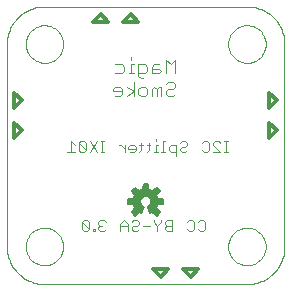
<source format=gbo>
G75*
G70*
%OFA0B0*%
%FSLAX24Y24*%
%IPPOS*%
%LPD*%
%AMOC8*
5,1,8,0,0,1.08239X$1,22.5*
%
%ADD10C,0.0000*%
%ADD11C,0.0040*%
%ADD12C,0.0030*%
%ADD13C,0.0120*%
%ADD14C,0.0059*%
D10*
X000680Y001930D02*
X000680Y008680D01*
X000682Y008748D01*
X000687Y008815D01*
X000696Y008882D01*
X000709Y008949D01*
X000726Y009014D01*
X000745Y009079D01*
X000769Y009143D01*
X000796Y009205D01*
X000826Y009266D01*
X000859Y009324D01*
X000895Y009381D01*
X000935Y009436D01*
X000977Y009489D01*
X001023Y009540D01*
X001070Y009587D01*
X001121Y009633D01*
X001174Y009675D01*
X001229Y009715D01*
X001286Y009751D01*
X001344Y009784D01*
X001405Y009814D01*
X001467Y009841D01*
X001531Y009865D01*
X001596Y009884D01*
X001661Y009901D01*
X001728Y009914D01*
X001795Y009923D01*
X001862Y009928D01*
X001930Y009930D01*
X008680Y009930D01*
X008748Y009928D01*
X008815Y009923D01*
X008882Y009914D01*
X008949Y009901D01*
X009014Y009884D01*
X009079Y009865D01*
X009143Y009841D01*
X009205Y009814D01*
X009266Y009784D01*
X009324Y009751D01*
X009381Y009715D01*
X009436Y009675D01*
X009489Y009633D01*
X009540Y009587D01*
X009587Y009540D01*
X009633Y009489D01*
X009675Y009436D01*
X009715Y009381D01*
X009751Y009324D01*
X009784Y009266D01*
X009814Y009205D01*
X009841Y009143D01*
X009865Y009079D01*
X009884Y009014D01*
X009901Y008949D01*
X009914Y008882D01*
X009923Y008815D01*
X009928Y008748D01*
X009930Y008680D01*
X009930Y001930D01*
X009928Y001862D01*
X009923Y001795D01*
X009914Y001728D01*
X009901Y001661D01*
X009884Y001596D01*
X009865Y001531D01*
X009841Y001467D01*
X009814Y001405D01*
X009784Y001344D01*
X009751Y001286D01*
X009715Y001229D01*
X009675Y001174D01*
X009633Y001121D01*
X009587Y001070D01*
X009540Y001023D01*
X009489Y000977D01*
X009436Y000935D01*
X009381Y000895D01*
X009324Y000859D01*
X009266Y000826D01*
X009205Y000796D01*
X009143Y000769D01*
X009079Y000745D01*
X009014Y000726D01*
X008949Y000709D01*
X008882Y000696D01*
X008815Y000687D01*
X008748Y000682D01*
X008680Y000680D01*
X001930Y000680D01*
X001862Y000682D01*
X001795Y000687D01*
X001728Y000696D01*
X001661Y000709D01*
X001596Y000726D01*
X001531Y000745D01*
X001467Y000769D01*
X001405Y000796D01*
X001344Y000826D01*
X001286Y000859D01*
X001229Y000895D01*
X001174Y000935D01*
X001121Y000977D01*
X001070Y001023D01*
X001023Y001070D01*
X000977Y001121D01*
X000935Y001174D01*
X000895Y001229D01*
X000859Y001286D01*
X000826Y001344D01*
X000796Y001405D01*
X000769Y001467D01*
X000745Y001531D01*
X000726Y001596D01*
X000709Y001661D01*
X000696Y001728D01*
X000687Y001795D01*
X000682Y001862D01*
X000680Y001930D01*
X001305Y001930D02*
X001307Y001980D01*
X001313Y002029D01*
X001323Y002078D01*
X001336Y002125D01*
X001354Y002172D01*
X001375Y002217D01*
X001399Y002260D01*
X001427Y002301D01*
X001458Y002340D01*
X001492Y002376D01*
X001529Y002410D01*
X001569Y002440D01*
X001610Y002467D01*
X001654Y002491D01*
X001699Y002511D01*
X001746Y002527D01*
X001794Y002540D01*
X001843Y002549D01*
X001893Y002554D01*
X001942Y002555D01*
X001992Y002552D01*
X002041Y002545D01*
X002090Y002534D01*
X002137Y002520D01*
X002183Y002501D01*
X002228Y002479D01*
X002271Y002454D01*
X002311Y002425D01*
X002349Y002393D01*
X002385Y002359D01*
X002418Y002321D01*
X002447Y002281D01*
X002473Y002239D01*
X002496Y002195D01*
X002515Y002149D01*
X002531Y002102D01*
X002543Y002053D01*
X002551Y002004D01*
X002555Y001955D01*
X002555Y001905D01*
X002551Y001856D01*
X002543Y001807D01*
X002531Y001758D01*
X002515Y001711D01*
X002496Y001665D01*
X002473Y001621D01*
X002447Y001579D01*
X002418Y001539D01*
X002385Y001501D01*
X002349Y001467D01*
X002311Y001435D01*
X002271Y001406D01*
X002228Y001381D01*
X002183Y001359D01*
X002137Y001340D01*
X002090Y001326D01*
X002041Y001315D01*
X001992Y001308D01*
X001942Y001305D01*
X001893Y001306D01*
X001843Y001311D01*
X001794Y001320D01*
X001746Y001333D01*
X001699Y001349D01*
X001654Y001369D01*
X001610Y001393D01*
X001569Y001420D01*
X001529Y001450D01*
X001492Y001484D01*
X001458Y001520D01*
X001427Y001559D01*
X001399Y001600D01*
X001375Y001643D01*
X001354Y001688D01*
X001336Y001735D01*
X001323Y001782D01*
X001313Y001831D01*
X001307Y001880D01*
X001305Y001930D01*
X001305Y008680D02*
X001307Y008730D01*
X001313Y008779D01*
X001323Y008828D01*
X001336Y008875D01*
X001354Y008922D01*
X001375Y008967D01*
X001399Y009010D01*
X001427Y009051D01*
X001458Y009090D01*
X001492Y009126D01*
X001529Y009160D01*
X001569Y009190D01*
X001610Y009217D01*
X001654Y009241D01*
X001699Y009261D01*
X001746Y009277D01*
X001794Y009290D01*
X001843Y009299D01*
X001893Y009304D01*
X001942Y009305D01*
X001992Y009302D01*
X002041Y009295D01*
X002090Y009284D01*
X002137Y009270D01*
X002183Y009251D01*
X002228Y009229D01*
X002271Y009204D01*
X002311Y009175D01*
X002349Y009143D01*
X002385Y009109D01*
X002418Y009071D01*
X002447Y009031D01*
X002473Y008989D01*
X002496Y008945D01*
X002515Y008899D01*
X002531Y008852D01*
X002543Y008803D01*
X002551Y008754D01*
X002555Y008705D01*
X002555Y008655D01*
X002551Y008606D01*
X002543Y008557D01*
X002531Y008508D01*
X002515Y008461D01*
X002496Y008415D01*
X002473Y008371D01*
X002447Y008329D01*
X002418Y008289D01*
X002385Y008251D01*
X002349Y008217D01*
X002311Y008185D01*
X002271Y008156D01*
X002228Y008131D01*
X002183Y008109D01*
X002137Y008090D01*
X002090Y008076D01*
X002041Y008065D01*
X001992Y008058D01*
X001942Y008055D01*
X001893Y008056D01*
X001843Y008061D01*
X001794Y008070D01*
X001746Y008083D01*
X001699Y008099D01*
X001654Y008119D01*
X001610Y008143D01*
X001569Y008170D01*
X001529Y008200D01*
X001492Y008234D01*
X001458Y008270D01*
X001427Y008309D01*
X001399Y008350D01*
X001375Y008393D01*
X001354Y008438D01*
X001336Y008485D01*
X001323Y008532D01*
X001313Y008581D01*
X001307Y008630D01*
X001305Y008680D01*
X008055Y008680D02*
X008057Y008730D01*
X008063Y008779D01*
X008073Y008828D01*
X008086Y008875D01*
X008104Y008922D01*
X008125Y008967D01*
X008149Y009010D01*
X008177Y009051D01*
X008208Y009090D01*
X008242Y009126D01*
X008279Y009160D01*
X008319Y009190D01*
X008360Y009217D01*
X008404Y009241D01*
X008449Y009261D01*
X008496Y009277D01*
X008544Y009290D01*
X008593Y009299D01*
X008643Y009304D01*
X008692Y009305D01*
X008742Y009302D01*
X008791Y009295D01*
X008840Y009284D01*
X008887Y009270D01*
X008933Y009251D01*
X008978Y009229D01*
X009021Y009204D01*
X009061Y009175D01*
X009099Y009143D01*
X009135Y009109D01*
X009168Y009071D01*
X009197Y009031D01*
X009223Y008989D01*
X009246Y008945D01*
X009265Y008899D01*
X009281Y008852D01*
X009293Y008803D01*
X009301Y008754D01*
X009305Y008705D01*
X009305Y008655D01*
X009301Y008606D01*
X009293Y008557D01*
X009281Y008508D01*
X009265Y008461D01*
X009246Y008415D01*
X009223Y008371D01*
X009197Y008329D01*
X009168Y008289D01*
X009135Y008251D01*
X009099Y008217D01*
X009061Y008185D01*
X009021Y008156D01*
X008978Y008131D01*
X008933Y008109D01*
X008887Y008090D01*
X008840Y008076D01*
X008791Y008065D01*
X008742Y008058D01*
X008692Y008055D01*
X008643Y008056D01*
X008593Y008061D01*
X008544Y008070D01*
X008496Y008083D01*
X008449Y008099D01*
X008404Y008119D01*
X008360Y008143D01*
X008319Y008170D01*
X008279Y008200D01*
X008242Y008234D01*
X008208Y008270D01*
X008177Y008309D01*
X008149Y008350D01*
X008125Y008393D01*
X008104Y008438D01*
X008086Y008485D01*
X008073Y008532D01*
X008063Y008581D01*
X008057Y008630D01*
X008055Y008680D01*
X008055Y001930D02*
X008057Y001980D01*
X008063Y002029D01*
X008073Y002078D01*
X008086Y002125D01*
X008104Y002172D01*
X008125Y002217D01*
X008149Y002260D01*
X008177Y002301D01*
X008208Y002340D01*
X008242Y002376D01*
X008279Y002410D01*
X008319Y002440D01*
X008360Y002467D01*
X008404Y002491D01*
X008449Y002511D01*
X008496Y002527D01*
X008544Y002540D01*
X008593Y002549D01*
X008643Y002554D01*
X008692Y002555D01*
X008742Y002552D01*
X008791Y002545D01*
X008840Y002534D01*
X008887Y002520D01*
X008933Y002501D01*
X008978Y002479D01*
X009021Y002454D01*
X009061Y002425D01*
X009099Y002393D01*
X009135Y002359D01*
X009168Y002321D01*
X009197Y002281D01*
X009223Y002239D01*
X009246Y002195D01*
X009265Y002149D01*
X009281Y002102D01*
X009293Y002053D01*
X009301Y002004D01*
X009305Y001955D01*
X009305Y001905D01*
X009301Y001856D01*
X009293Y001807D01*
X009281Y001758D01*
X009265Y001711D01*
X009246Y001665D01*
X009223Y001621D01*
X009197Y001579D01*
X009168Y001539D01*
X009135Y001501D01*
X009099Y001467D01*
X009061Y001435D01*
X009021Y001406D01*
X008978Y001381D01*
X008933Y001359D01*
X008887Y001340D01*
X008840Y001326D01*
X008791Y001315D01*
X008742Y001308D01*
X008692Y001305D01*
X008643Y001306D01*
X008593Y001311D01*
X008544Y001320D01*
X008496Y001333D01*
X008449Y001349D01*
X008404Y001369D01*
X008360Y001393D01*
X008319Y001420D01*
X008279Y001450D01*
X008242Y001484D01*
X008208Y001520D01*
X008177Y001559D01*
X008149Y001600D01*
X008125Y001643D01*
X008104Y001688D01*
X008086Y001735D01*
X008073Y001782D01*
X008063Y001831D01*
X008057Y001880D01*
X008055Y001930D01*
D11*
X006208Y006950D02*
X006055Y006950D01*
X005978Y007027D01*
X005978Y007103D01*
X006055Y007180D01*
X006208Y007180D01*
X006285Y007257D01*
X006285Y007334D01*
X006208Y007410D01*
X006055Y007410D01*
X005978Y007334D01*
X005825Y007257D02*
X005748Y007257D01*
X005671Y007180D01*
X005594Y007257D01*
X005518Y007180D01*
X005518Y006950D01*
X005671Y006950D02*
X005671Y007180D01*
X005825Y007257D02*
X005825Y006950D01*
X006208Y006950D02*
X006285Y007027D01*
X006285Y007700D02*
X006285Y008160D01*
X006132Y008007D01*
X005978Y008160D01*
X005978Y007700D01*
X005825Y007777D02*
X005748Y007853D01*
X005518Y007853D01*
X005518Y007930D02*
X005518Y007700D01*
X005748Y007700D01*
X005825Y007777D01*
X005748Y008007D02*
X005594Y008007D01*
X005518Y007930D01*
X005364Y007930D02*
X005364Y007777D01*
X005287Y007700D01*
X005057Y007700D01*
X005057Y007623D02*
X005057Y008007D01*
X005287Y008007D01*
X005364Y007930D01*
X005211Y007547D02*
X005134Y007547D01*
X005057Y007623D01*
X004904Y007700D02*
X004750Y007700D01*
X004827Y007700D02*
X004827Y008007D01*
X004904Y008007D01*
X004827Y008160D02*
X004827Y008237D01*
X004597Y007930D02*
X004597Y007777D01*
X004520Y007700D01*
X004290Y007700D01*
X004290Y008007D02*
X004520Y008007D01*
X004597Y007930D01*
X004904Y007410D02*
X004904Y006950D01*
X004904Y007103D02*
X004674Y007257D01*
X004520Y007180D02*
X004520Y007027D01*
X004443Y006950D01*
X004290Y006950D01*
X004213Y007103D02*
X004520Y007103D01*
X004520Y007180D02*
X004443Y007257D01*
X004290Y007257D01*
X004213Y007180D01*
X004213Y007103D01*
X004674Y006950D02*
X004904Y007103D01*
X005057Y007027D02*
X005057Y007180D01*
X005134Y007257D01*
X005287Y007257D01*
X005364Y007180D01*
X005364Y007027D01*
X005287Y006950D01*
X005134Y006950D01*
X005057Y007027D01*
D12*
X005646Y005502D02*
X005646Y005440D01*
X005646Y005317D02*
X005646Y005070D01*
X005707Y005070D02*
X005584Y005070D01*
X005400Y005132D02*
X005338Y005070D01*
X005400Y005132D02*
X005400Y005379D01*
X005462Y005317D02*
X005338Y005317D01*
X005216Y005317D02*
X005093Y005317D01*
X005155Y005379D02*
X005155Y005132D01*
X005093Y005070D01*
X004971Y005132D02*
X004971Y005255D01*
X004909Y005317D01*
X004786Y005317D01*
X004724Y005255D01*
X004724Y005193D01*
X004971Y005193D01*
X004971Y005132D02*
X004909Y005070D01*
X004786Y005070D01*
X004602Y005070D02*
X004602Y005317D01*
X004479Y005317D02*
X004417Y005317D01*
X004479Y005317D02*
X004602Y005193D01*
X003927Y005070D02*
X003804Y005070D01*
X003865Y005070D02*
X003865Y005440D01*
X003804Y005440D02*
X003927Y005440D01*
X003682Y005440D02*
X003435Y005070D01*
X003313Y005132D02*
X003066Y005379D01*
X003066Y005132D01*
X003128Y005070D01*
X003252Y005070D01*
X003313Y005132D01*
X003313Y005379D01*
X003252Y005440D01*
X003128Y005440D01*
X003066Y005379D01*
X002945Y005317D02*
X002822Y005440D01*
X002822Y005070D01*
X002945Y005070D02*
X002698Y005070D01*
X003435Y005440D02*
X003682Y005070D01*
X005646Y005317D02*
X005707Y005317D01*
X005891Y005440D02*
X005891Y005070D01*
X005953Y005070D02*
X005829Y005070D01*
X006074Y005132D02*
X006136Y005070D01*
X006321Y005070D01*
X006321Y004947D02*
X006321Y005317D01*
X006136Y005317D01*
X006074Y005255D01*
X006074Y005132D01*
X005953Y005440D02*
X005891Y005440D01*
X006443Y005379D02*
X006504Y005440D01*
X006628Y005440D01*
X006690Y005379D01*
X006690Y005317D01*
X006628Y005255D01*
X006504Y005255D01*
X006443Y005193D01*
X006443Y005132D01*
X006504Y005070D01*
X006628Y005070D01*
X006690Y005132D01*
X007179Y005132D02*
X007241Y005070D01*
X007364Y005070D01*
X007426Y005132D01*
X007426Y005379D01*
X007364Y005440D01*
X007241Y005440D01*
X007179Y005379D01*
X007548Y005379D02*
X007609Y005440D01*
X007733Y005440D01*
X007794Y005379D01*
X007917Y005440D02*
X008040Y005440D01*
X007978Y005440D02*
X007978Y005070D01*
X007917Y005070D02*
X008040Y005070D01*
X007794Y005070D02*
X007548Y005317D01*
X007548Y005379D01*
X007548Y005070D02*
X007794Y005070D01*
X007228Y002815D02*
X007105Y002815D01*
X007043Y002754D01*
X006922Y002754D02*
X006922Y002507D01*
X006860Y002445D01*
X006737Y002445D01*
X006675Y002507D01*
X006675Y002754D02*
X006737Y002815D01*
X006860Y002815D01*
X006922Y002754D01*
X007043Y002507D02*
X007105Y002445D01*
X007228Y002445D01*
X007290Y002507D01*
X007290Y002754D01*
X007228Y002815D01*
X006185Y002815D02*
X006185Y002445D01*
X006000Y002445D01*
X005938Y002507D01*
X005938Y002568D01*
X006000Y002630D01*
X006185Y002630D01*
X006000Y002630D02*
X005938Y002692D01*
X005938Y002754D01*
X006000Y002815D01*
X006185Y002815D01*
X005817Y002815D02*
X005817Y002754D01*
X005693Y002630D01*
X005693Y002445D01*
X005693Y002630D02*
X005570Y002754D01*
X005570Y002815D01*
X005448Y002630D02*
X005202Y002630D01*
X005080Y002692D02*
X005018Y002630D01*
X004895Y002630D01*
X004833Y002568D01*
X004833Y002507D01*
X004895Y002445D01*
X005018Y002445D01*
X005080Y002507D01*
X005080Y002692D02*
X005080Y002754D01*
X005018Y002815D01*
X004895Y002815D01*
X004833Y002754D01*
X004712Y002692D02*
X004588Y002815D01*
X004465Y002692D01*
X004465Y002445D01*
X004465Y002630D02*
X004712Y002630D01*
X004712Y002692D02*
X004712Y002445D01*
X003975Y002507D02*
X003913Y002445D01*
X003790Y002445D01*
X003728Y002507D01*
X003728Y002568D01*
X003790Y002630D01*
X003852Y002630D01*
X003790Y002630D02*
X003728Y002692D01*
X003728Y002754D01*
X003790Y002815D01*
X003913Y002815D01*
X003975Y002754D01*
X003607Y002507D02*
X003545Y002507D01*
X003545Y002445D01*
X003607Y002445D01*
X003607Y002507D01*
X003423Y002507D02*
X003176Y002754D01*
X003176Y002507D01*
X003238Y002445D01*
X003361Y002445D01*
X003423Y002507D01*
X003423Y002754D01*
X003361Y002815D01*
X003238Y002815D01*
X003176Y002754D01*
D13*
X005555Y001180D02*
X005805Y000930D01*
X006055Y001180D01*
X005555Y001180D01*
X006555Y001180D02*
X007055Y001180D01*
X006805Y000930D01*
X006555Y001180D01*
X009430Y005555D02*
X009430Y006055D01*
X009680Y005805D01*
X009430Y005555D01*
X009430Y006555D02*
X009430Y007055D01*
X009680Y006805D01*
X009430Y006555D01*
X005055Y009430D02*
X004555Y009430D01*
X004805Y009680D01*
X005055Y009430D01*
X004055Y009430D02*
X003555Y009430D01*
X003805Y009680D01*
X004055Y009430D01*
X001180Y006805D02*
X000930Y006555D01*
X000930Y007055D01*
X001180Y006805D01*
X000930Y006055D02*
X000930Y005555D01*
X001180Y005805D01*
X000930Y006055D01*
D14*
X004719Y003502D02*
X004719Y003358D01*
X004909Y003339D01*
X004930Y003275D01*
X004961Y003215D01*
X004840Y003066D01*
X004941Y002965D01*
X005090Y003086D01*
X005150Y003055D01*
X005234Y003259D01*
X005196Y003281D01*
X005164Y003311D01*
X005140Y003348D01*
X005125Y003390D01*
X005121Y003434D01*
X005127Y003478D01*
X005143Y003519D01*
X005169Y003555D01*
X005203Y003583D01*
X005242Y003603D01*
X005285Y003613D01*
X005329Y003613D01*
X005372Y003602D01*
X005411Y003581D01*
X005444Y003552D01*
X005469Y003515D01*
X005484Y003474D01*
X005490Y003430D01*
X005484Y003387D01*
X005469Y003346D01*
X005445Y003310D01*
X005413Y003281D01*
X005376Y003259D01*
X005460Y003055D01*
X005520Y003086D01*
X005669Y002965D01*
X005770Y003066D01*
X005649Y003215D01*
X005680Y003275D01*
X005701Y003339D01*
X005891Y003358D01*
X005891Y003502D01*
X005701Y003521D01*
X005680Y003585D01*
X005649Y003645D01*
X005770Y003794D01*
X005669Y003895D01*
X005520Y003774D01*
X005460Y003805D01*
X005396Y003826D01*
X005377Y004016D01*
X005233Y004016D01*
X005214Y003826D01*
X005150Y003805D01*
X005090Y003774D01*
X004941Y003895D01*
X004840Y003794D01*
X004961Y003645D01*
X004930Y003585D01*
X004909Y003521D01*
X004719Y003502D01*
X004719Y003500D02*
X005136Y003500D01*
X005122Y003443D02*
X004719Y003443D01*
X004719Y003385D02*
X005127Y003385D01*
X005153Y003328D02*
X004913Y003328D01*
X004932Y003270D02*
X005216Y003270D01*
X005215Y003212D02*
X004959Y003212D01*
X004912Y003155D02*
X005191Y003155D01*
X005167Y003097D02*
X004865Y003097D01*
X004866Y003040D02*
X005034Y003040D01*
X004963Y002982D02*
X004924Y002982D01*
X005395Y003212D02*
X005651Y003212D01*
X005678Y003270D02*
X005394Y003270D01*
X005457Y003328D02*
X005697Y003328D01*
X005698Y003155D02*
X005419Y003155D01*
X005443Y003097D02*
X005745Y003097D01*
X005744Y003040D02*
X005576Y003040D01*
X005647Y002982D02*
X005686Y002982D01*
X005484Y003385D02*
X005891Y003385D01*
X005891Y003443D02*
X005488Y003443D01*
X005474Y003500D02*
X005891Y003500D01*
X005689Y003558D02*
X005437Y003558D01*
X005665Y003615D02*
X004945Y003615D01*
X004938Y003673D02*
X005672Y003673D01*
X005719Y003730D02*
X004891Y003730D01*
X004844Y003788D02*
X005073Y003788D01*
X005116Y003788D02*
X005494Y003788D01*
X005537Y003788D02*
X005766Y003788D01*
X005718Y003846D02*
X005607Y003846D01*
X005394Y003846D02*
X005216Y003846D01*
X005222Y003903D02*
X005388Y003903D01*
X005383Y003961D02*
X005227Y003961D01*
X005003Y003846D02*
X004892Y003846D01*
X004921Y003558D02*
X005173Y003558D01*
M02*

</source>
